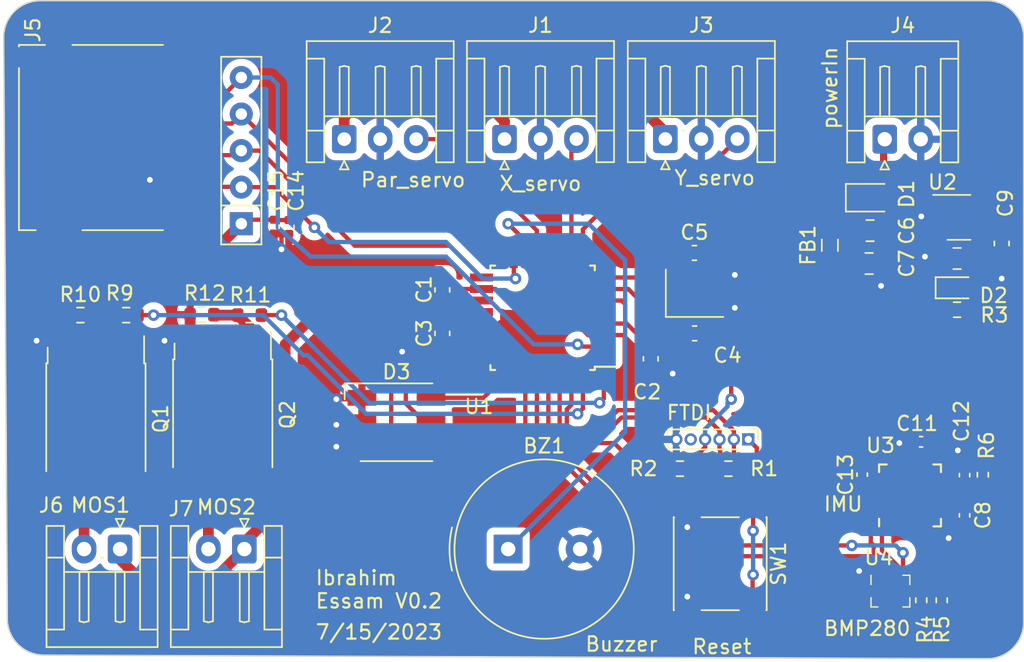
<source format=kicad_pcb>
(kicad_pcb (version 20221018) (generator pcbnew)
  (layers (0 "F.Cu" signal) (31 "B.Cu" signal) (34 "B.Paste" user) (35 "F.Paste" user) (36 "B.SilkS" user "B.Silkscreen") (37 "F.SilkS" user "F.Silkscreen") (38 "B.Mask" user) (39 "F.Mask" user) (44 "Edge.Cuts" user))
  (net 0 "")
  (net 1 "/Buzzer")
  (net 2 "GND")
  (net 3 "+5V")
  (net 4 "/AREF")
  (net 5 "/XTAL1")
  (net 6 "/XTAL2")
  (net 7 "Net-(D1-K)")
  (net 8 "+3.3V")
  (net 9 "Net-(U2-ADJ)")
  (net 10 "Net-(U3-REGOUT)")
  (net 11 "Net-(U3-CPOUT)")
  (net 12 "Net-(D1-A)")
  (net 13 "Net-(D2-K)")
  (net 14 "/LED_R")
  (net 15 "/LED_G")
  (net 16 "/LED_B")
  (net 17 "/X_servo")
  (net 18 "/Par_servo")
  (net 19 "/Y_servo")
  (net 21 "/CS")
  (net 22 "/MISO")
  (net 23 "/SCK")
  (net 24 "/MOSI")
  (net 26 "/M1_out")
  (net 27 "/M2_out")
  (net 28 "/RST")
  (net 29 "/TX")
  (net 30 "/RX")
  (net 32 "Net-(Q1-G)")
  (net 33 "Net-(Q2-G)")
  (net 34 "SCL")
  (net 35 "SDA")
  (net 36 "AD0")
  (net 37 "/M1_in")
  (net 38 "/M2_in")
  (footprint "Resistor_SMD:R_0603_1608Metric" (layer "F.Cu") (at 86.8155 36.708)
    (fp_text reference "R3")
    (fp_text value "470R" hide)
  )
  (footprint "Button_Switch_SMD:SW_SPST_PTS645" (layer "F.Cu") (at 70.358 54.356 -90)
    (fp_text reference "SW1")
    (fp_text value "SW_Push" hide)
  )
  (footprint "Resistor_SMD:R_0402_1005Metric" (layer "F.Cu") (at 84.328 56.896 90)
    (fp_text reference "R4")
    (fp_text value "4k7" hide)
  )
  (footprint "Resistor_SMD:R_0603_1608Metric" (layer "F.Cu") (at 37.655 37.084 180)
    (fp_text reference "R11")
    (fp_text value "100" hide)
  )
  (footprint "Capacitor_SMD:C_0603_1608Metric" (layer "F.Cu") (at 65.532 40.119 -90)
    (fp_text reference "C2")
    (fp_text value "100n" hide)
  )
  (footprint "Capacitor_SMD:C_0402_1005Metric" (layer "F.Cu") (at 84.316 45.884 180)
    (fp_text reference "C11")
    (fp_text value "100n" hide)
  )
  (footprint "Connector_JST:JST_EH_S2B-EH_1x02_P2.50mm_Horizontal" (layer "F.Cu") (at 28.662 53.34 180)
    (fp_text reference "J6")
    (fp_text value "MOS1")
  )
  (footprint "Capacitor_SMD:C_0402_1005Metric" (layer "F.Cu") (at 87.336 48.198 90)
    (fp_text reference "C12")
    (fp_text value "100n" hide)
  )
  (footprint "Capacitor_SMD:C_0603_1608Metric" (layer "F.Cu") (at 68.58 38.354)
    (fp_text reference "C4")
    (fp_text value "22p" hide)
  )
  (footprint "Resistor_SMD:R_0402_1005Metric" (layer "F.Cu") (at 85.75 56.896 90)
    (fp_text reference "R5")
    (fp_text value "4k7" hide)
  )
  (footprint "Resistor_SMD:R_0402_1005Metric" (layer "F.Cu") (at 88.606 48.172 -90)
    (fp_text reference "R6")
    (fp_text value "4k7" hide)
  )
  (footprint "Package_TO_SOT_SMD:ATPAK-2" (layer "F.Cu") (at 35.794 44.0045 -90)
    (fp_text reference "Q2")
    (fp_text value "IRF540N" hide)
  )
  (footprint "Capacitor_SMD:C_0402_1005Metric" (layer "F.Cu") (at 40.386 30.96 -90)
    (fp_text reference "C14")
    (fp_text value "100n" hide)
  )
  (footprint "Connector_JST:JST_EH_S2B-EH_1x02_P2.50mm_Horizontal" (layer "F.Cu") (at 81.788 24.864)
    (fp_text reference "J4")
    (fp_text value "powerIn")
  )
  (footprint "Diode_SMD:D_0805_2012Metric" (layer "F.Cu") (at 80.772 28.928)
    (fp_text reference "D1")
    (fp_text value "D" hide)
  )
  (footprint "Capacitor_SMD:C_0402_1005Metric" (layer "F.Cu") (at 80.224 48.17 90)
    (fp_text reference "C13")
    (fp_text value "2n2" hide)
  )
  (footprint "Package_TO_SOT_SMD:SOT-23-5" (layer "F.Cu") (at 86.948 30.292)
    (fp_text reference "U2")
    (fp_text value "SPX3819M5-L" hide)
  )
  (footprint "Capacitor_SMD:C_0603_1608Metric" (layer "F.Cu") (at 51.054 35.332 -90)
    (fp_text reference "C1")
    (fp_text value "100n" hide)
  )
  (footprint "Capacitor_SMD:C_0402_1005Metric" (layer "F.Cu") (at 39.354 30.9345 -90)
    (fp_text reference "C15")
    (fp_text value "10u" hide)
  )
  (footprint "Connector_JST:JST_EH_S3B-EH_1x03_P2.50mm_Horizontal" (layer "F.Cu") (at 66.548 24.849)
    (fp_text reference "J3")
    (fp_text value "Y_servo")
  )
  (footprint "Resistor_THT:R_Array_SIP5" (layer "F.Cu") (at 37.084 30.734 90)
    (fp_text reference "RN1" hide)
    (fp_text value "R_Network04" hide)
  )
  (footprint "Capacitor_SMD:C_0805_2012Metric" (layer "F.Cu") (at 80.706 33.5)
    (fp_text reference "C7")
    (fp_text value "2u2" hide)
  )
  (footprint "Package_LGA:Bosch_LGA-8_2x2.5mm_P0.65mm_ClockwisePinNumbering" (layer "F.Cu") (at 82.185 56.26)
    (fp_text reference "U4")
    (fp_text value "BMP280" hide)
  )
  (footprint "Connector_JST:JST_EH_S2B-EH_1x02_P2.50mm_Horizontal" (layer "F.Cu") (at 37.298 53.34 180)
    (fp_text reference "J7")
    (fp_text value "MOS2")
  )
  (footprint "Package_QFP:TQFP-32_7x7mm_P0.8mm" (layer "F.Cu") (at 58.02 37.27 180)
    (fp_text reference "U1")
    (fp_text value "ATmega328PB-A" hide)
  )
  (footprint "Capacitor_SMD:C_0603_1608Metric" (layer "F.Cu") (at 51.054 38.354 -90)
    (fp_text reference "C3")
    (fp_text value "100n" hide)
  )
  (footprint "Capacitor_SMD:C_0805_2012Metric" (layer "F.Cu") (at 80.772 31.214)
    (fp_text reference "C6")
    (fp_text value "2u2" hide)
  )
  (footprint "Buzzer_Beeper:Buzzer_TDK_PS1240P02BT_D12.2mm_H6.5mm" (layer "F.Cu") (at 55.626 53.34)
    (fp_text reference "BZ1")
    (fp_text value "Buzzer")
  )
  (footprint "Resistor_SMD:R_0603_1608Metric" (layer "F.Cu") (at 25.908 37.084)
    (fp_text reference "R10")
    (fp_text value "10K" hide)
  )
  (footprint "Capacitor_SMD:C_0603_1608Metric_Pad1.08x0.95mm_HandSolder" (layer "F.Cu") (at 89.916 32.1045 -90)
    (fp_text reference "C9")
    (fp_text value "100n" hide)
  )
  (footprint "Connector_Card:microSD_HC_Hirose_DM3D-SF" (layer "F.Cu") (at 27.423 24.7475 90)
    (fp_text reference "J5")
    (fp_text value "Micro_SD_Card")
  )
  (footprint "Connector_JST:JST_EH_S3B-EH_1x03_P2.50mm_Horizontal" (layer "F.Cu") (at 55.372 24.849)
    (fp_text reference "J1")
    (fp_text value "X_servo")
  )
  (footprint "Connector_JST:JST_EH_S3B-EH_1x03_P2.50mm_Horizontal" (layer "F.Cu") (at 44.236 24.8565)
    (fp_text reference "J2")
    (fp_text value "Par_servo")
  )
  (footprint "LED_SMD:LED_0603_1608Metric" (layer "F.Cu") (at 86.8105 35.184)
    (fp_text reference "D2")
    (fp_text value "RED" hide)
  )
  (footprint "Capacitor_SMD:C_0402_1005Metric" (layer "F.Cu") (at 87.336 50.992 -90)
    (fp_text reference "C8")
    (fp_text value "10n" hide)
  )
  (footprint "Crystal:Crystal_SMD_3225-4Pin_3.2x2.5mm" (layer "F.Cu") (at 68.58 35.56)
    (fp_text reference "Y1" hide)
    (fp_text value "16MHz")
  )
  (footprint "Sensor_Motion:InvenSense_QFN-24_4x4mm_P0.5mm" (layer "F.Cu") (at 83.546 49.612 90)
    (fp_text reference "U3")
    (fp_text value "MPU-6050" hide)
  )
  (footprint "Package_TO_SOT_SMD:ATPAK-2" (layer "F.Cu") (at 26.982 44.2865 -90)
    (fp_text reference "Q1")
    (fp_text value "IRF540N" hide)
  )
  (footprint "Inductor_SMD:L_0805_2012Metric" (layer "F.Cu") (at 77.978 32.23 -90)
    (fp_text reference "FB1")
    (fp_text value "FerriteBead" hide)
  )
  (footprint "Connector_PinHeader_1.00mm:PinHeader_1x06_P1.00mm_Vertical" (layer "F.Cu") (at 72.31 45.72 -90)
    (fp_text reference "J8" hide)
    (fp_text value "FTDI")
  )
  (footprint "Resistor_SMD:R_0603_1608Metric" (layer "F.Cu") (at 70.929 47.752)
    (fp_text reference "R1")
    (fp_text value "1K" hide)
  )
  (footprint "Resistor_SMD:R_0603_1608Metric" (layer "F.Cu") (at 34.353 37.054)
    (fp_text reference "R12")
    (fp_text value "10K" hide)
  )
  (footprint "Resistor_SMD:R_0603_1608Metric" (layer "F.Cu") (at 67.564 47.752)
    (fp_text reference "R2")
    (fp_text value "1K" hide)
  )
  (footprint "Capacitor_SMD:C_0805_2012Metric" (layer "F.Cu") (at 86.8155 33.152 180)
    (fp_text reference "C10" hide)
    (fp_text value "2u2" hide)
  )
  (footprint "Resistor_SMD:R_0603_1608Metric" (layer "F.Cu") (at 29.084 37.084 180)
    (fp_text reference "R9")
    (fp_text value "100" hide)
  )
  (footprint "Capacitor_SMD:C_0603_1608Metric" (layer "F.Cu") (at 68.567 32.766)
    (fp_text reference "C5")
    (fp_text value "22p")
  )
  (footprint "LED_SMD:LED_RGB_5050-6" (layer "F.Cu") (at 47.866 44.528)
    (fp_text reference "D3")
    (fp_text value "LED_RGB")
  )
  (gr_arc (start 23.368 60.706) (mid 21.571949 59.962051) (end 20.828 58.166) (stroke (width 0.1)) (layer "Edge.Cuts"))
  (gr_arc (start 20.574 17.78) (mid 21.317949 15.983949) (end 23.114 15.24) (stroke (width 0.1)) (layer "Edge.Cuts"))
  (gr_line (start 23.114 15.24) (end 88.9 15.24) (stroke (width 0.1)) (layer "Edge.Cuts"))
  (gr_line (start 88.9 60.96) (end 23.368 60.706) (stroke (width 0.1)) (layer "Edge.Cuts"))
  (gr_arc (start 91.44 58.42) (mid 90.696051 60.216051) (end 88.9 60.96) (stroke (width 0.1)) (layer "Edge.Cuts"))
  (gr_arc (start 88.9 15.24) (mid 90.696051 15.983949) (end 91.44 17.78) (stroke (width 0.1)) (layer "Edge.Cuts"))
  (gr_line (start 91.44 17.78) (end 91.44 58.42) (stroke (width 0.1)) (layer "Edge.Cuts"))
  (gr_line (start 20.828 58.166) (end 20.574 17.78) (stroke (width 0.1)) (layer "Edge.Cuts"))
  (gr_text "FTDI\n" (at 66.548 44.45) (layer "F.SilkS") (effects (font (size 1 1)) (justify left bottom)))
  (gr_text "Ibrahim\nEssam V0.2\n" (at 42.164 57.531) (layer "F.SilkS") (effects (font (size 1 1)) (justify left bottom)))
  (gr_text "Reset\n" (at 68.326 60.706) (layer "F.SilkS") (effects (font (size 1 1)) (justify left bottom)))
  (gr_text "IMU\n" (at 77.47 50.8) (layer "F.SilkS") (effects (font (size 1 1)) (justify left bottom)))
  (gr_text "7/15/2023" (at 42.164 59.69) (layer "F.SilkS") (effects (font (size 1 1)) (justify left bottom)))
  (gr_text "BMP280\n" (at 77.47 59.436) (layer "F.SilkS") (effects (font (size 1 1)) (justify left bottom)))
  (segment (start 55.626 30.734) (end 56.82 31.928) (width 0.3) (layer "F.Cu") (net 1))
  (segment (start 56.82 31.928) (end 56.82 33.02) (width 0.3) (layer "F.Cu") (net 1))
  (via (at 55.626 30.734) (size 0.8) (drill 0.4) (layers "F.Cu" "B.Cu") (net 1))
  (segment (start 55.626 53.34) (end 63.754 45.212) (width 0.3) (layer "B.Cu") (net 1))
  (segment (start 61.214 30.734) (end 55.626 30.734) (width 0.3) (layer "B.Cu") (net 1))
  (segment (start 63.754 45.212) (end 63.754 33.274) (width 0.3) (layer "B.Cu") (net 1))
  (segment (start 63.754 33.274) (end 61.214 30.734) (width 0.3) (layer "B.Cu") (net 1))
  (segment (start 69.68 36.41) (end 69.68 38.029) (width 0.3) (layer "F.Cu") (net 2))
  (segment (start 45.466 44.528) (end 45.466 42.828) (width 0.3) (layer "F.Cu") (net 2))
  (segment (start 69.68 34.71) (end 69.68 33.104) (width 0.3) (layer "F.Cu") (net 2))
  (segment (start 39.3795 31.44) (end 39.354 31.4145) (width 0.3) (layer "F.Cu") (net 2))
  (segment (start 51.054 39.129) (end 48.755 39.129) (width 0.3) (layer "F.Cu") (net 2))
  (segment (start 50.761 36.107) (end 51.054 36.107) (width 0.3) (layer "F.Cu") (net 2))
  (segment (start 23.3345 39.3365) (end 22.86 38.862) (width 0.75) (layer "F.Cu") (net 2))
  (segment (start 64.262 39.624) (end 65.532 40.894) (width 0.3) (layer "F.Cu") (net 2))
  (segment (start 23.548 35.549) (end 25.083 37.084) (width 0.3) (layer "F.Cu") (net 2))
  (segment (start 49.797 39.129) (end 49.53 38.862) (width 0.3) (layer "F.Cu") (net 2))
  (segment (start 62.27 38.47) (end 63.616 38.47) (width 0.3) (layer "F.Cu") (net 2))
  (segment (start 86.023 33.3095) (end 85.8655 33.152) (width 0.75) (layer "F.Cu") (net 2))
  (segment (start 87.336 51.472) (end 86.23 52.578) (width 0.3) (layer "F.Cu") (net 2))
  (segment (start 60.706 37.334) (end 60.706 38.006) (width 0.3) (layer "F.Cu") (net 2))
  (segment (start 69.68 36.41) (end 69.68 34.71) (width 0.3) (layer "F.Cu") (net 2))
  (segment (start 81.86 57.06) (end 81.86 56.51) (width 0.3) (layer "F.Cu") (net 2))
  (segment (start 86.022041 48.862) (end 87.222041 47.662) (width 0.3) (layer "F.Cu") (net 2))
  (segment (start 68.108 56.678) (end 68.072 56.642) (width 0.3) (layer "F.Cu") (net 2))
  (segment (start 40.386 31.44) (end 39.878 31.44) (width 0.3) (layer "F.Cu") (net 2))
  (segment (start 39.878 31.44) (end 39.878 32.512) (width 0.3) (layer "F.Cu") (net 2))
  (segment (start 45.466 46.228) (end 43.688 46.228) (width 0.3) (layer "F.Cu") (net 2))
  (segment (start 64.262 39.116) (end 64.262 39.624) (width 0.3) (layer "F.Cu") (net 2))
  (segment (start 45.466 42.828) (end 43.786 42.828) (width 0.3) (layer "F.Cu") (net 2))
  (segment (start 82.296 47.662) (end 82.296 46.482) (width 0.3) (layer "F.Cu") (net 2))
  (segment (start 80.606 55.46) (end 80.01 54.864) (width 0.3) (layer "F.Cu") (net 2))
  (segment (start 33.528 37.054) (end 33.528 39.0205) (width 0.75) (layer "F.Cu") (net 2))
  (segment (start 60.706 38.006) (end 61.17 38.47) (width 0.3) (layer "F.Cu") (net 2))
  (segment (start 81.21 55.46) (end 80.606 55.46) (width 0.3) (layer "F.Cu") (net 2))
  (segment (start 87.671532 36.708) (end 89.835532 34.544) (width 0.75) (layer "F.Cu") (net 2))
  (segment (start 61.17 38.47) (end 62.27 38.47) (width 0.3) (layer "F.Cu") (net 2))
  (segment (start 80.224 47.69) (end 82.268 47.69) (width 0.3) (layer "F.Cu") (net 2))
  (segment (start 51.054 39.129) (end 49.797 39.129) (width 0.3) (layer "F.Cu") (net 2))
  (segment (start 87.336 46.95) (end 86.868 46.482) (width 0.3) (layer "F.Cu") (net 2))
  (segment (start 49.53 37.338) (end 50.761 36.107) (width 0.3) (layer "F.Cu") (net 2))
  (segment (start 68.108 51.78) (end 68.072 51.816) (width 0.3) (layer "F.Cu") (net 2))
  (segment (start 63.616 38.47) (end 64.262 39.116) (width 0.3) (layer "F.Cu") (net 2))
  (segment (start 33.494 39.0545) (end 31.9425 39.0545) (width 0.75) (layer "F.Cu") (net 2))
  (segment (start 84.714 33.152) (end 84.582 33.02) (width 0.75) (layer "F.Cu") (net 2))
  (segment (start 69.68 36.41) (end 71.208 36.41) (width 0.3) (layer "F.Cu") (net 2))
  (segment (start 69.68 33.104) (end 69.342 32.766) (width 0.3) (layer "F.Cu") (net 2))
  (segment (start 85.8655 33.152) (end 84.714 33.152) (width 0.75) (layer "F.Cu") (net 2))
  (segment (start 39.878 31.44) (end 39.3795 31.44) (width 0.3) (layer "F.Cu") (net 2))
  (segment (start 89.916 34.544) (end 89.916 34.463532) (width 0.75) (layer "F.Cu") (net 2))
  (segment (start 32.773 27.0725) (end 31.3475 27.0725) (width 0.3) (layer "F.Cu") (net 2))
  (segment (start 53.77 37.67) (end 52.67 37.67) (width 0.3) (layer "F.Cu") (net 2))
  (segment (start 24.682 39.3365) (end 24.682 37.485) (width 0.75) (layer "F.Cu") (net 2))
  (segment (start 89.835532 34.544) (end 89.916 34.544) (width 0.75) (layer "F.Cu") (net 2))
  (segment (start 61.17 36.87) (end 60.706 37.334) (width 0.3) (layer "F.Cu") (net 2))
  (segment (start 45.466 44.528) (end 43.864 44.528) (width 0.3) (layer "F.Cu") (net 2))
  (segment (start 45.466 46.228) (end 45.466 44.528) (width 0.3) (layer "F.Cu") (net 2))
  (segment (start 89.916 34.463532) (end 89.916 34.463532) (width 0.75) (layer "F.Cu") (net 2))
  (segment (start 49.53 38.862) (end 49.53 37.338) (width 0.3) (layer "F.Cu") (net 2))
  (segment (start 81.656 33.5) (end 81.656 34.93) (width 0.5) (layer "F.Cu") (net 2))
  (segment (start 82.296 51.562) (end 82.296 52.324) (width 0.3) (layer "F.Cu") (net 2))
  (segment (start 71.208 36.41) (end 71.374 36.576) (width 0.3) (layer "F.Cu") (net 2))
  (segment (start 43.864 44.528) (end 43.688 44.704) (width 0.3) (layer "F.Cu") (net 2))
  (segment (start 85.8105 30.292) (end 84.394 30.292) (width 0.75) (layer "F.Cu") (net 2))
  (segment (start 84.394 30.292) (end 84.328 30.226) (width 0.75) (layer "F.Cu") (net 2))
  (segment (start 81.21 55.86) (end 81.21 55.46) (width 0.3) (layer "F.Cu") (net 2))
  (segment (start 82.296 46.482) (end 82.804 45.974) (width 0.3) (layer "F.Cu") (net 2))
  (segment (start 52.67 37.67) (end 51.211 39.129) (width 0.3) (layer "F.Cu") (net 2))
  (segment (start 51.211 39.129) (end 51.054 39.129) (width 0.3) (layer "F.Cu") (net 2))
  (segment (start 85.496 48.862) (end 86.022041 48.862) (width 0.3) (layer "F.Cu") (net 2))
  (segment (start 68.108 50.376) (end 68.108 51.78) (width 0.3) (layer "F.Cu") (net 2))
  (segment (start 48.755 39.129) (end 48.26 39.624) (width 0.3) (layer "F.Cu") (net 2))
  (segment (start 24.682 39.3365) (end 23.3345 39.3365) (width 0.75) (layer "F.Cu") (net 2))
  (segment (start 81.656 31.28) (end 81.722 31.214) (width 0.5) (layer "F.Cu") (net 2))
  (segment (start 87.336 47.718) (end 87.336 46.95) (width 0.3) (layer "F.Cu") (net 2))
  (segment (start 69.68 34.71) (end 70.954 34.71) (width 0.3) (layer "F.Cu") (net 2))
  (segment (start 89.916 34.463532) (end 89.916 32.967) (width 0.75) (layer "F.Cu") (net 2))
  (segment (start 82.268 47.69) (end 82.296 47.662) (width 0.3) (layer "F.Cu") (net 2))
  (segment (start 82.55 52.578) (end 86.23 52.578) (width 0.3) (layer "F.Cu") (net 2))
  (segment (start 81.656 34.93) (end 81.534 35.052) (width 0.5) (layer "F.Cu") (net 2))
  (segment (start 81.656 33.5) (end 81.656 31.28) (width 0.5) (layer "F.Cu") (net 2))
  (segment (start 32.773 27.0725) (end 31.598 27.0725) (width 0.3) (layer "F.Cu") (net 2))
  (segment (start 31.9425 39.0545) (end 31.75 38.862) (width 0.75) (layer "F.Cu") (net 2))
  (segment (start 65.532 40.894) (end 66.802 40.894) (width 0.3) (layer "F.Cu") (net 2))
  (segment (start 82.894 45.884) (end 82.804 45.974) (width 0.3) (layer "F.Cu") (net 2))
  (segment (start 33.528 39.0205) (end 33.494 39.0545) (width 0.75) (layer "F.Cu") (net 2))
  (segment (start 81.86 56.51) (end 81.21 55.86) (width 0.3) (layer "F.Cu") (net 2))
  (segment (start 31.3475 27.0725) (end 30.734 27.686) (width 0.3) (layer "F.Cu") (net 2))
  (segment (start 69.68 38.029) (end 69.355 38.354) (width 0.3) (layer "F.Cu") (net 2))
  (segment (start 82.296 52.324) (end 82.55 52.578) (width 0.3) (layer "F.Cu") (net 2))
  (segment (start 68.108 58.336) (end 68.108 56.678) (width 0.3) (layer "F.Cu") (net 2))
  (segment (start 83.836 45.884) (end 82.894 45.884) (width 0.3) (layer "F.Cu") (net 2))
  (segment (start 87.6405 36.708) (end 87.671532 36.708) (width 0.75) (layer "F.Cu") (net 2))
  (segment (start 43.786 42.828) (end 43.688 42.926) (width 0.3) (layer "F.Cu") (net 2))
  (segment (start 70.954 34.71) (end 71.374 34.29) (width 0.3) (layer "F.Cu") (net 2))
  (segment (start 24.682 37.485) (end 25.083 37.084) (width 0.75) (layer "F.Cu") (net 2))
  (segment (start 66.802 40.894) (end 67.056 41.148) (width 0.3) (layer "F.Cu") (net 2))
  (segment (start 23.548 30.3975) (end 23.548 35.549) (width 0.3) (layer "F.Cu") (net 2))
  (segment (start 62.27 36.87) (end 61.17 36.87) (width 0.3) (layer "F.Cu") (net 2))
  (segment (start 87.222041 47.662) (end 88.606 47.662) (width 0.3) (layer "F.Cu") (net 2))
  (via (at 71.374 36.576) (size 0.8) (drill 0.4) (layers "F.Cu" "B.Cu") (net 2))
  (via (at 31.75 38.862) (size 0.8) (drill 0.4) (layers "F.Cu" "B.Cu") (net 2))
  (via (at 67.056 41.148) (size 0.8) (drill 0.4) (layers "F.Cu" "B.Cu") (net 2))
  (via (at 43.688 44.704) (size 0.8) (drill 0.4) (layers "F.Cu" "B.Cu") (net 2))
  (via (at 30.734 27.686) (size 0.8) (drill 0.4) (layers "F.Cu" "B.Cu") (net 2))
  (via (at 68.072 51.816) (size 0.8) (drill 0.4) (layers "F.Cu" "B.Cu") (net 2))
  (via (at 86.23 52.578) (size 0.8) (drill 0.4) (layers "F.Cu" "B.Cu") (net 2))
  (via (at 39.878 32.512) (size 0.8) (drill 0.4) (layers "F.Cu" "B.Cu") (net 2))
  (via (at 86.868 46.482) (size 0.8) (drill 0.4) (layers "F.Cu" "B.Cu") (net 2))
  (via (at 89.916 34.544) (size 0.8) (drill 0.4) (layers "F.Cu" "B.Cu") (net 2))
  (via (at 43.688 46.228) (size 0.8) (drill 0.4) (layers "F.Cu" "B.Cu") (net 2))
  (via (at 71.374 34.29) (size 0.8) (drill 0.4) (layers "F.Cu" "B.Cu") (net 2))
  (via (at 43.688 42.926) (size 0.8) (drill 0.4) (layers "F.Cu" "B.Cu") (net 2))
  (via (at 48.26 39.624) (size 0.8) (drill 0.4) (layers "F.Cu" "B.Cu") (net 2))
  (via (at 80.01 54.864) (size 0.8) (drill 0.4) (layers "F.Cu" "B.Cu") (net 2))
  (via (at 81.534 35.052) (size 0.8) (drill 0.4) (layers "F.Cu" "B.Cu") (net 2))
  (via (at 84.582 33.02) (size 0.8) (drill 0.4) (layers "F.Cu" "B.Cu") (net 2))
  (via (at 22.86 38.862) (size 0.8) (drill 0.4) (layers "F.Cu" "B.Cu") (net 2))
  (via (at 84.328 30.226) (size 0.8) (drill 0.4) (layers "F.Cu" "B.Cu") (net 2))
  (via (at 68.072 56.642) (size 0.8) (drill 0.4) (layers "F.Cu" "B.Cu") (net 2))
  (via (at 82.804 45.974) (size 0.8) (drill 0.4) (layers "F.Cu" "B.Cu") (net 2))
  (segment (start 75.692 24.638) (end 75.692 31.75) (width 0.75) (layer "F.Cu") (net 3))
  (segment (start 53.77 35.27) (end 51.767 35.27) (width 0.3) (layer "F.Cu") (net 3))
  (segment (start 82.591 36.027) (end 81.130141 36.027) (width 0.75) (layer "F.Cu") (net 3))
  (segment (start 37.298 53.34) (end 37.298 52.872) (width 0.75) (layer "F.Cu") (net 3))
  (segment (start 68.643 46.927) (end 69.31 46.26) (width 0.3) (layer "F.Cu") (net 3))
  (segment (start 55.372 23.622) (end 53.34 21.59) (width 0.75) (layer "F.Cu") (net 3))
  (segment (start 69.31 46.26) (end 69.31 45.72) (width 0.3) (layer "F.Cu") (net 3))
  (segment (start 63.502 36.07) (end 63.754 36.322) (width 0.3) (layer "F.Cu") (net 3))
  (segment (start 66.548 24.849) (end 66.548 24.384) (width 0.75) (layer "F.Cu") (net 3))
  (segment (start 33.742 56.896) (end 37.298 53.34) (width 0.75) (layer "F.Cu") (net 3))
  (segment (start 54.745 35.27) (end 53.77 35.27) (width 0.3) (layer "F.Cu") (net 3))
  (segment (start 76.4355 31.75) (end 77.978 33.2925) (width 0.75) (layer "F.Cu") (net 3))
  (segment (start 62.27 36.07) (end 55.545 36.07) (width 0.3) (layer "F.Cu") (net 3))
  (segment (start 51.767 35.27) (end 51.054 34.557) (width 0.3) (layer "F.Cu") (net 3))
  (segment (start 44.691 34.557) (end 51.054 34.557) (width 0.75) (layer "F.Cu") (net 3))
  (segment (start 83.312 35.306) (end 82.591 36.027) (width 0.75) (layer "F.Cu") (net 3))
  (segment (start 71.9265 39.344) (end 77.978 33.2925) (width 0.3) (layer "F.Cu") (net 3))
  (segment (start 62.27 36.07) (end 63.502 36.07) (width 0.3) (layer "F.Cu") (net 3))
  (segment (start 83.312 29.863141) (end 83.312 30.588859) (width 0.75) (layer "F.Cu") (net 3))
  (segment (start 66.739 47.752) (end 67.564 46.927) (width 0.3) (layer "F.Cu") (net 3))
  (segment (start 63.858 37.67) (end 63.754 37.67) (width 0.3) (layer "F.Cu") (net 3))
  (segment (start 75.692 31.75) (end 76.4355 31.75) (width 0.75) (layer "F.Cu") (net 3))
  (segment (start 28.662 54.062) (end 31.496 56.896) (width 0.75) (layer "F.Cu") (net 3))
  (segment (start 66.548 24.384) (end 63.754 21.59) (width 0.75) (layer "F.Cu") (net 3))
  (segment (start 65.532 39.344) (end 63.858 37.67) (width 0.3) (layer "F.Cu") (net 3))
  (segment (start 71.12 40.1505) (end 71.9265 39.344) (width 0.3) (layer "F.Cu") (net 3))
  (segment (start 67.564 46.927) (end 68.643 46.927) (width 0.3) (layer "F.Cu") (net 3))
  (segment (start 45.974 21.59) (end 44.236 23.328) (width 0.75) (layer "F.Cu") (net 3))
  (segment (start 85.7195 29.251) (end 83.924141 29.251) (width 0.75) (layer "F.Cu") (net 3))
  (segment (start 28.662 53.34) (end 28.662 54.062) (width 0.75) (layer "F.Cu") (net 3))
  (segment (start 40.132 39.116) (end 44.691 34.557) (width 0.75) (layer "F.Cu") (net 3))
  (segment (start 72.644 21.59) (end 75.692 24.638) (width 0.75) (layer "F.Cu") (net 3))
  (segment (start 63.754 21.59) (end 72.644 21.59) (width 0.75) (layer "F.Cu") (net 3))
  (segment (start 83.924141 29.251) (end 83.312 29.863141) (width 0.75) (layer "F.Cu") (net 3))
  (segment (start 81.130141 36.027) (end 79.756 34.652859) (width 0.75) (layer "F.Cu") (net 3))
  (segment (start 83.312 30.588859) (end 83.965141 31.242) (width 0.75) (layer "F.Cu") (net 3))
  (segment (start 79.756 33.5) (end 78.1855 33.5) (width 0.5) (layer "F.Cu") (net 3))
  (segment (start 31.496 56.896) (end 33.742 56.896) (width 0.75) (layer "F.Cu") (net 3))
  (segment (start 63.754 36.322) (end 63.754 37.67) (width 0.3) (layer "F.Cu") (net 3))
  (segment (start 63.754 37.67) (end 62.27 37.67) (width 0.3) (layer "F.Cu") (net 3))
  (segment (start 78.1855 33.5) (end 77.978 33.2925) (width 0.5) (layer "F.Cu") (net 3))
  (segment (start 44.236 23.328) (end 44.236 24.8565) (width 0.75) (layer "F.Cu") (net 3))
  (segment (start 66.014 39.344) (end 66.8205 40.1505) (width 0.3) (layer "F.Cu") (net 3))
  (segment (start 65.532 39.344) (end 66.014 39.344) (width 0.3) (layer "F.Cu") (net 3))
  (segment (start 66.8205 40.1505) (end 71.12 40.1505) (width 0.3) (layer "F.Cu") (net 3))
  (segment (start 53.34 21.59) (end 45.974 21.59) (width 0.75) (layer "F.Cu") (net 3))
  (segment (start 83.312 30.588859) (end 83.312 35.306) (width 0.75) (layer "F.Cu") (net 3))
  (segment (start 83.965141 31.242) (end 85.8105 31.242) (width 0.75) (layer "F.Cu") (net 3))
  (segment (start 37.298 52.872) (end 40.132 50.038) (width 0.75) (layer "F.Cu") (net 3))
  (segment (start 79.756 34.652859) (end 79.756 33.5) (width 0.75) (layer "F.Cu") (net 3))
  (segment (start 71.12 42.926) (end 71.12 40.1505) (width 0.3) (layer "F.Cu") (net 3))
  (segment (start 55.372 24.849) (end 55.372 23.622) (width 0.75) (layer "F.Cu") (net 3))
  (segment (start 55.545 36.07) (end 54.745 35.27) (width 0.3) (layer "F.Cu") (net 3))
  (segment (start 85.8105 29.342) (end 85.7195 29.251) (width 0.75) (layer "F.Cu") (net 3))
  (segment (start 63.754 21.59) (end 53.34 21.59) (width 0.75) (layer "F.Cu") (net 3))
  (segment (start 40.132 50.038) (end 40.132 39.116) (width 0.75) (layer "F.Cu") (net 3))
  (via (at 71.12 42.926) (size 0.8) (drill 0.4) (layers "F.Cu" "B.Cu") (net 3))
  (segment (start 70.866 43.18) (end 71.12 42.926) (width 0.3) (layer "B.Cu") (net 3))
  (segment (start 69.31 45.72) (end 69.31 44.99) (width 0.3) (layer "B.Cu") (net 3))
  (segment (start 70.866 43.434) (end 70.866 43.18) (width 0.3) (layer "B.Cu") (net 3))
  (segment (start 69.31 44.99) (end 70.866 43.434) (width 0.3) (layer "B.Cu") (net 3))
  (segment (start 51.763 36.87) (end 53.77 36.87) (width 0.3) (layer "F.Cu") (net 4))
  (segment (start 51.054 37.579) (end 51.763 36.87) (width 0.3) (layer "F.Cu") (net 4))
  (segment (start 63.972 35.27) (end 62.27 35.27) (width 0.3) (layer "F.Cu") (net 5))
  (segment (start 67.805 36.735) (end 67.48 36.41) (width 0.3) (layer "F.Cu") (net 5))
  (segment (start 65.112 36.41) (end 63.972 35.27) (width 0.3) (layer "F.Cu") (net 5))
  (segment (start 67.48 36.41) (end 65.112 36.41) (width 0.3) (layer "F.Cu") (net 5))
  (segment (start 67.805 38.354) (end 67.805 36.735) (width 0.3) (layer "F.Cu") (net 5))
  (segment (start 67.48 34.71) (end 67.24 34.47) (width 0.3) (layer "F.Cu") (net 6))
  (segment (start 67.48 34.71) (end 67.48 33.078) (width 0.3) (layer "F.Cu") (net 6))
  (segment (start 67.48 33.078) (end 67.792 32.766) (width 0.3) (layer "F.Cu") (net 6))
  (segment (start 67.24 34.47) (end 62.27 34.47) (width 0.3) (layer "F.Cu") (net 6))
  (segment (start 79.822 28.9405) (end 79.8345 28.928) (width 0.5) (layer "F.Cu") (net 7))
  (segment (start 77.978 31.1675) (end 79.7755 31.1675) (width 0.5) (layer "F.Cu") (net 7))
  (segment (start 79.7755 31.1675) (end 79.822 31.214) (width 0.5) (layer "F.Cu") (net 7))
  (segment (start 79.822 31.214) (end 79.822 28.9405) (width 0.5) (layer "F.Cu") (net 7))
  (segment (start 87.996 50.434) (end 89.662 48.768) (width 0.3) (layer "F.Cu") (net 8))
  (segment (start 31.496 33.528) (end 34.29 33.528) (width 0.75) (layer "F.Cu") (net 8))
  (segment (start 87.996 51.308) (end 87.996 50.434) (width 0.3) (layer "F.Cu") (net 8))
  (segment (start 88.0855 29.342) (end 86.973 30.4545) (width 0.5) (layer "F.Cu") (net 8))
  (segment (start 86.973 32.3595) (end 87.7655 33.152) (width 0.5) (layer "F.Cu") (net 8))
  (segment (start 84.796 45.884) (end 85.947106 45.884) (width 0.3) (layer "F.Cu") (net 8))
  (segment (start 89.662 48.768) (end 89.662 47.712106) (width 0.3) (layer "F.Cu") (net 8))
  (segment (start 40.9115 17.7975) (end 31.323 17.7975) (width 0.75) (layer "F.Cu") (net 8))
  (segment (start 87.996 55.16) (end 85.75 57.406) (width 0.3) (layer "F.Cu") (net 8))
  (segment (start 40.386 30.48) (end 39.3795 30.48) (width 0.3) (layer "F.Cu") (net 8))
  (segment (start 39.3795 30.48) (end 39.354 30.4545) (width 0.3) (layer "F.Cu") (net 8))
  (segment (start 84.074 57.66) (end 82.296 57.66) (width 0.3) (layer "F.Cu") (net 8))
  (segment (start 87.996 51.129035) (end 87.996 51.308) (width 0.3) (layer "F.Cu") (net 8))
  (segment (start 87.378965 50.512) (end 87.996 51.129035) (width 0.3) (layer "F.Cu") (net 8))
  (segment (start 81.282 57.66) (end 81.21 57.588) (width 0.3) (layer "F.Cu") (net 8))
  (segment (start 85.496 50.362) (end 87.186 50.362) (width 0.3) (layer "F.Cu") (net 8))
  (segment (start 34.29 33.528) (end 37.084 30.734) (width 0.75) (layer "F.Cu") (net 8))
  (segment (start 86.8905 35.8915) (end 87.598 35.184) (width 0.3) (layer "F.Cu") (net 8))
  (segment (start 82.46 57.66) (end 82.296 57.66) (width 0.3) (layer "F.Cu") (net 8))
  (segment (start 84.796 47.662) (end 84.796 45.884) (width 0.3) (layer "F.Cu") (net 8))
  (segment (start 42.672 19.558) (end 40.9115 17.7975) (width 0.75) (layer "F.Cu") (net 8))
  (segment (start 86.614 25.908) (end 86.614 24.13) (width 0.75) (layer "F.Cu") (net 8))
  (segment (start 82.296 57.66) (end 81.282 57.66) (width 0.3) (layer "F.Cu") (net 8))
  (segment (start 31.323 17.7975) (end 28.956 20.1645) (width 0.75) (layer "F.Cu") (net 8))
  (segment (start 28.956 27.0645) (end 28.956 30.988) (width 0.75) (layer "F.Cu") (net 8))
  (segment (start 28.956 30.988) (end 31.496 33.528) (width 0.75) (layer "F.Cu") (net 8))
  (segment (start 87.996 51.308) (end 87.996 55.16) (width 0.3) (layer "F.Cu") (net 8))
  (segment (start 83.566 19.558) (end 42.672 19.558) (width 0.75) (layer "F.Cu") (net 8))
  (segment (start 39.354 30.4545) (end 37.3635 30.4545) (width 0.3) (layer "F.Cu") (net 8))
  (segment (start 86.973 30.4545) (end 86.973 32.3595) (width 0.5) (layer "F.Cu") (net 8))
  (segment (start 89.662 47.712106) (end 86.8905 44.940606) (width 0.3) (layer "F.Cu") (net 8))
  (segment (start 87.336 50.512) (end 87.378965 50.512) (width 0.3) (layer "F.Cu") (net 8))
  (segment (start 82.51 57.06) (end 82.51 57.61) (width 0.3) (layer "F.Cu") (net 8))
  (segment (start 86.8905 44.940606) (end 86.8905 35.8915) (width 0.3) (layer "F.Cu") (net 8))
  (segment (start 37.3635 30.4545) (end 37.084 30.734) (width 0.3) (layer "F.Cu") (net 8))
  (segment (start 32.773 24.8725) (end 31.148 24.8725) (width 0.75) (layer "F.Cu") (net 8))
  (segment (start 88.0855 29.342) (end 88.0855 27.3795) (width 0.75) (layer "F.Cu") (net 8))
  (segment (start 86.614 24.13) (end 83.566 19.558) (width 0.75) (layer "F.Cu") (net 8))
  (segment (start 85.947106 45.884) (end 86.8905 44.940606) (width 0.3) (layer "F.Cu") (net 8))
  (segment (start 87.7655 35.0165) (end 87.598 35.184) (width 0.75) (layer "F.Cu") (net 8))
  (segment (start 82.51 57.61) (end 82.46 57.66) (width 0.3) (layer "F.Cu") (net 8))
  (segment (start 84.328 57.406) (end 85.75 57.406) (width 0.3) (layer "F.Cu") (net 8))
  (segment (start 81.21 57.588) (end 81.21 57.06) (width 0.3) (layer "F.Cu") (net 8))
  (segment (start 87.7655 33.152) (end 87.7655 35.0165) (width 0.75) (layer "F.Cu") (net 8))
  (segment (start 87.6405 35.2265) (end 87.598 35.184) (width 0.75) (layer "F.Cu") (net 8))
  (segment (start 84.328 57.406) (end 84.074 57.66) (width 0.3) (layer "F.Cu") (net 8))
  (segment (start 31.148 24.8725) (end 28.956 27.0645) (width 0.75) (layer "F.Cu") (net 8))
  (segment (start 87.186 50.362) (end 87.336 50.512) (width 0.3) (layer "F.Cu") (net 8))
  (segment (start 88.0855 27.3795) (end 86.614 25.908) (width 0.75) (layer "F.Cu") (net 8))
  (segment (start 28.956 20.1645) (end 28.956 27.0645) (width 0.75) (layer "F.Cu") (net 8))
  (segment (start 88.0855 31.242) (end 89.916 31.242) (width 0.75) (layer "F.Cu") (net 9))
  (segment (start 87.336 48.678) (end 86.652 49.362) (width 0.3) (layer "F.Cu") (net 10))
  (segment (start 86.652 49.362) (end 85.496 49.362) (width 0.3) (layer "F.Cu") (net 10))
  (segment (start 80.436 48.862) (end 80.224 48.65) (width 0.3) (layer "F.Cu") (net 11))
  (segment (start 81.596 48.862) (end 80.436 48.862) (width 0.3) (layer "F.Cu") (net 11))
  (segment (start 81.7095 28.928) (end 81.7095 24.9425) (width 0.5) (layer "F.Cu") (net 12))
  (segment (start 81.7095 24.9425) (end 81.788 24.864) (width 0.5) (layer "F.Cu") (net 12))
  (segment (start 85.9905 35.2165) (end 86.023 35.184) (width 0.75) (layer "F.Cu") (net 13))
  (segment (start 85.9905 36.708) (end 85.9905 35.2165) (width 0.75) (layer "F.Cu") (net 13))
  (segment (start 47.498 42.164) (end 47.498 45.72) (width 0.3) (layer "F.Cu") (net 14))
  (segment (start 47.498 45.72) (end 48.006 46.228) (width 0.3) (layer "F.Cu") (net 14))
  (segment (start 49.53 40.132) (end 47.498 42.164) (width 0.3) (layer "F.Cu") (net 14))
  (segment (start 53.77 39.27) (end 52.678 39.27) (width 0.3) (layer "F.Cu") (net 14))
  (segment (start 48.006 46.228) (end 50.266 46.228) (width 0.3) (layer "F.Cu") (net 14))
  (segment (start 51.816 40.132) (end 49.53 40.132) (width 0.3) (layer "F.Cu") (net 14))
  (segment (start 52.678 39.27) (end 51.816 40.132) (width 0.3) (layer "F.Cu") (net 14))
  (segment (start 48.514 42.418) (end 50.3 40.632) (width 0.3) (layer "F.Cu") (net 15))
  (segment (start 49.816 44.528) (end 48.514 43.226) (width 0.3) (layer "F.Cu") (net 15))
  (segment (start 50.266 44.528) (end 49.816 44.528) (width 0.3) (layer "F.Cu") (net 15))
  (segment (start 53.208 40.632) (end 53.77 40.07) (width 0.3) (layer "F.Cu") (net 15))
  (segment (start 50.3 40.632) (end 53.208 40.632) (width 0.3) (layer "F.Cu") (net 15))
  (segment (start 48.514 43.226) (end 48.514 42.418) (width 0.3) (layer "F.Cu") (net 15))
  (segment (start 53.912 42.828) (end 55.22 41.52) (width 0.3) (layer "F.Cu") (net 16))
  (segment (start 50.266 42.828) (end 53.912 42.828) (width 0.3) (layer "F.Cu") (net 16))
  (segment (start 60.372 24.849) (end 60.02 25.201) (width 0.3) (layer "F.Cu") (net 17))
  (segment (start 60.02 25.201) (end 60.02 33.02) (width 0.3) (layer "F.Cu") (net 17))
  (segment (start 49.236 24.8565) (end 51.2725 24.8565) (width 0.3) (layer "F.Cu") (net 18))
  (segment (start 57.62 31.204) (end 57.62 33.02) (width 0.3) (layer "F.Cu") (net 18))
  (segment (start 51.2725 24.8565) (end 57.62 31.204) (width 0.3) (layer "F.Cu") (net 18))
  (segment (start 71.548 24.849) (end 68.457 27.94) (width 0.3) (layer "F.Cu") (net 19))
  (segment (start 60.82 31.128) (end 60.82 33.02) (width 0.3) (layer "F.Cu") (net 19))
  (segment (start 64.008 27.94) (end 60.82 31.128) (width 0.3) (layer "F.Cu") (net 19))
  (segment (start 68.457 27.94) (end 64.008 27.94) (width 0.3) (layer "F.Cu") (net 19))
  (segment (start 32.773 22.6725) (end 34.9855 22.6725) (width 0.3) (layer "F.Cu") (net 21))
  (segment (start 62.27 39.27) (end 60.606 39.27) (width 0.3) (layer "F.Cu") (net 21))
  (segment (start 34.9855 22.6725) (end 37.084 20.574) (width 0.3) (layer "F.Cu") (net 21))
  (segment (start 60.606 39.27) (end 60.452 39.116) (width 0.3) (layer "F.Cu") (net 21))
  (via (at 60.452 39.116) (size 0.8) (drill 0.4) (layers "F.Cu" "B.Cu") (net 21))
  (segment (start 39.624 30.988) (end 39.624 21.082) (width 0.3) (layer "B.Cu") (net 21))
  (segment (start 60.452 39.116) (end 57.404 39.116) (width 0.3) (layer "B.Cu") (net 21))
  (segment (start 57.404 39.116) (end 51.308 33.02) (width 0.3) (layer "B.Cu") (net 21))
  (segment (start 39.624 21.082) (end 39.116 20.574) (width 0.3) (layer "B.Cu") (net 21))
  (segment (start 51.308 33.02) (end 41.91 33.02) (width 0.3) (layer "B.Cu") (net 21))
  (segment (start 41.91 33.02) (end 39.624 30.988) (width 0.3) (layer "B.Cu") (net 21))
  (segment (start 39.116 20.574) (end 37.084 20.574) (width 0.3) (layer "B.Cu") (net 21))
  (segment (start 37.084 23.114) (end 44.704 30.734) (width 0.3) (layer "F.Cu") (net 22))
  (segment (start 52.934 30.734) (end 55.22 33.02) (width 0.3) (layer "F.Cu") (net 22))
  (segment (start 36.4255 23.7725) (end 37.084 23.114) (width 0.3) (layer "F.Cu") (net 22))
  (segment (start 32.773 23.7725) (end 36.4255 23.7725) (width 0.3) (layer "F.Cu") (net 22))
  (segment (start 44.704 30.734) (end 52.934 30.734) (width 0.3) (layer "F.Cu") (net 22))
  (segment (start 38.354 25.654) (end 44.958 32.258) (width 0.3) (layer "F.Cu") (net 23))
  (segment (start 44.958 32.258) (end 51.558 32.258) (width 0.3) (layer "F.Cu") (net 23))
  (segment (start 51.558 32.258) (end 53.77 34.47) (width 0.3) (layer "F.Cu") (net 23))
  (segment (start 37.084 25.654) (end 38.354 25.654) (width 0.3) (layer "F.Cu") (net 23))
  (segment (start 36.7655 25.9725) (end 37.084 25.654) (width 0.3) (layer "F.Cu") (net 23))
  (segment (start 32.773 25.9725) (end 36.7655 25.9725) (width 0.3) (layer "F.Cu") (net 23))
  (segment (start 39.37 28.194) (end 37.084 28.194) (width 0.3) (layer "F.Cu") (net 24))
  (segment (start 56.02 34.43) (end 56.134 34.544) (width 0.3) (layer "F.Cu") (net 24))
  (segment (start 42.164 30.988) (end 39.37 28.194) (width 0.3) (layer "F.Cu") (net 24))
  (segment (start 56.02 33.02) (end 56.02 34.43) (width 0.3) (layer "F.Cu") (net 24))
  (segment (start 37.0625 28.1725) (end 37.084 28.194) (width 0.3) (layer "F.Cu") (net 24))
  (segment (start 32.773 28.1725) (end 37.0625 28.1725) (width 0.3) (layer "F.Cu") (net 24))
  (via (at 42.164 30.988) (size 0.8) (drill 0.4) (layers "F.Cu" "B.Cu") (net 24))
  (via (at 56.134 34.544) (size 0.8) (drill 0.4) (layers "F.Cu" "B.Cu") (net 24))
  (segment (start 53.848 34.544) (end 52.832 33.528) (width 0.3) (layer "B.Cu") (net 24))
  (segment (start 47.244 32.004) (end 43.18 32.004) (width 0.3) (layer "B.Cu") (net 24))
  (segment (start 43.18 32.004) (end 42.164 30.988) (width 0.3) (layer "B.Cu") (net 24))
  (segment (start 56.134 34.544) (end 53.848 34.544) (width 0.3) (layer "B.Cu") (net 24))
  (segment (start 52.832 33.528) (end 51.308 32.004) (width 0.3) (layer "B.Cu") (net 24))
  (segment (start 51.308 32.004) (end 47.244 32.004) (width 0.3) (layer "B.Cu") (net 24))
  (segment (start 26.162 53.34) (end 26.162 48.1165) (width 0.75) (layer "F.Cu") (net 26))
  (segment (start 26.162 48.1165) (end 25.282 47.2365) (width 0.75) (layer "F.Cu") (net 26))
  (segment (start 34.798 47.6585) (end 34.094 46.9545) (width 0.75) (layer "F.Cu") (net 27))
  (segment (start 34.798 53.34) (end 34.798 47.6585) (width 0.75) (layer "F.Cu") (net 27))
  (segment (start 72.898 46.308) (end 72.31 45.72) (width 0.3) (layer "F.Cu") (net 28))
  (segment (start 58.42 41.52) (end 58.42 44.903106) (width 0.3) (layer "F.Cu") (net 28))
  (segment (start 68.389 47.752) (end 69.214 48.577) (width 0.3) (layer "F.Cu") (net 28))
  (segment (start 72.608 55.154) (end 72.644 55.118) (width 0.3) (layer "F.Cu") (net 28))
  (segment (start 72.608 58.336) (end 72.608 55.154) (width 0.3) (layer "F.Cu") (net 28))
  (segment (start 65.595 48.577) (end 69.214 48.577) (width 0.3) (layer "F.Cu") (net 28))
  (segment (start 69.214 48.577) (end 72.181817 48.577) (width 0.3) (layer "F.Cu") (net 28))
  (segment (start 62.992 45.974) (end 65.595 48.577) (width 0.3) (layer "F.Cu") (net 28))
  (segment (start 72.608 49.003183) (end 72.181817 48.577) (width 0.3) (layer "F.Cu") (net 28))
  (segment (start 72.644 50.412) (end 72.608 50.376) (width 0.3) (layer "F.Cu") (net 28))
  (segment (start 58.42 44.903106) (end 59.490894 45.974) (width 0.3) (layer "F.Cu") (net 28))
  (segment (start 59.490894 45.974) (end 62.992 45.974) (width 0.3) (layer "F.Cu") (net 28))
  (segment (start 72.898 47.860817) (end 72.898 46.308) (width 0.3) (layer "F.Cu") (net 28))
  (segment (start 72.181817 48.577) (end 72.898 47.860817) (width 0.3) (layer "F.Cu") (net 28))
  (segment (start 72.608 50.376) (end 72.608 49.003183) (width 0.3) (layer "F.Cu") (net 28))
  (segment (start 72.644 52.07) (end 72.644 50.412) (width 0.3) (layer "F.Cu") (net 28))
  (via (at 72.644 55.118) (size 0.8) (drill 0.4) (layers "F.Cu" "B.Cu") (net 28))
  (via (at 72.644 52.07) (size 0.8) (drill 0.4) (layers "F.Cu" "B.Cu") (net 28))
  (segment (start 72.644 55.118) (end 72.644 52.07) (width 0.3) (layer "B.Cu") (net 28))
  (segment (start 63.246 43.688) (end 69.87904 43.688) (width 0.3) (layer "F.Cu") (net 29))
  (segment (start 60.02 43.313339) (end 59.702 43.631339) (width 0.3) (layer "F.Cu") (net 29))
  (segment (start 59.702 44.716) (end 59.944 44.958) (width 0.3) (layer "F.Cu") (net 29))
  (segment (start 69.87904 43.688) (end 71.31 45.11896) (width 0.3) (layer "F.Cu") (net 29))
  (segment (start 71.31 45.11896) (end 71.31 45.72) (width 0.3) (layer "F.Cu") (net 29))
  (segment (start 71.31 47.308) (end 71.31 45.72) (width 0.3) (layer "F.Cu") (net 29))
  (segment (start 59.702 43.631339) (end 59.702 44.716) (width 0.3) (layer "F.Cu") (net 29))
  (segment (start 71.754 47.752) (end 71.31 47.308) (width 0.3) (layer "F.Cu") (net 29))
  (segment (start 59.944 44.958) (end 61.976 44.958) (width 0.3) (layer "F.Cu") (net 29))
  (segment (start 61.976 44.958) (end 63.246 43.688) (width 0.3) (layer "F.Cu") (net 29))
  (segment (start 60.02 41.52) (end 60.02 43.313339) (width 0.3) (layer "F.Cu") (net 29))
  (segment (start 62.238 45.458) (end 63.5 44.196) (width 0.3) (layer "F.Cu") (net 30))
  (segment (start 59.202 44.978) (end 59.682 45.458) (width 0.3) (layer "F.Cu") (net 30))
  (segment (start 63.5 44.196) (end 69.38704 44.196) (width 0.3) (layer "F.Cu") (net 30))
  (segment (start 70.358 47.498) (end 70.358 46.482) (width 0.3) (layer "F.Cu") (net 30))
  (segment (start 70.358 46.482) (end 70.31 46.434) (width 0.3) (layer "F.Cu") (net 30))
  (segment (start 70.31 46.434) (end 70.31 45.72) (width 0.3) (layer "F.Cu") (net 30))
  (segment (start 70.31 45.11896) (end 70.31 45.72) (width 0.3) (layer "F.Cu") (net 30))
  (segment (start 59.202 41.538) (end 59.202 44.978) (width 0.3) (layer "F.Cu") (net 30))
  (segment (start 59.682 45.458) (end 62.238 45.458) (width 0.3) (layer "F.Cu") (net 30))
  (segment (start 70.104 47.752) (end 70.358 47.498) (width 0.3) (layer "F.Cu") (net 30))
  (segment (start 69.38704 44.196) (end 70.31 45.11896) (width 0.3) (layer "F.Cu") (net 30))
  (segment (start 59.22 41.52) (end 59.202 41.538) (width 0.3) (layer "F.Cu") (net 30))
  (segment (start 29.282 38.107) (end 28.259 37.084) (width 0.75) (layer "F.Cu") (net 32))
  (segment (start 26.733 37.084) (end 28.259 37.084) (width 0.75) (layer "F.Cu") (net 32))
  (segment (start 29.282 39.3365) (end 29.282 38.107) (width 0.75) (layer "F.Cu") (net 32))
  (segment (start 35.208 37.084) (end 35.178 37.054) (width 0.75) (layer "F.Cu") (net 33))
  (segment (start 38.094 39.0545) (end 38.094 38.348) (width 0.75) (layer "F.Cu") (net 33))
  (segment (start 38.094 38.348) (end 36.83 37.084) (width 0.75) (layer "F.Cu") (net 33))
  (segment (start 36.83 37.084) (end 35.208 37.084) (width 0.75) (layer "F.Cu") (net 33))
  (segment (start 82.51 55.46) (end 82.51 55.042106) (width 0.3) (layer "F.Cu") (net 34))
  (segment (start 81.069959 50.362) (end 81.596 50.362) (width 0.3) (layer "F.Cu") (net 34))
  (segment (start 81.292 53.836) (end 81.297947 53.830053) (width 0.3) (layer "F.Cu") (net 34))
  (segment (start 82.51 55.042106) (end 81.297947 53.830053) (width 0.3) (layer "F.Cu") (net 34))
  (segment (start 84.328 56.386) (end 82.886 56.386) (width 0.3) (layer "F.Cu") (net 34))
  (segment (start 65.938682 53.836) (end 81.292 53.836) (width 0.3) (layer "F.Cu") (net 34))
  (segment (start 56.82 44.717318) (end 65.938682 53.836) (width 0.3) (layer "F.Cu") (net 34))
  (segment (start 56.82 41.52) (end 56.82 44.717318) (width 0.3) (layer "F.Cu") (net 34))
  (segment (start 82.51 56.01) (end 82.51 55.46) (width 0.3) (layer "F.Cu") (net 34))
  (segment (start 80.821 50.610959) (end 81.069959 50.362) (width 0.3) (layer "F.Cu") (net 34))
  (segment (start 80.821 52.881) (end 80.821 50.610959) (width 0.3) (layer "F.Cu") (net 34))
  (segment (start 81.026 53.558106) (end 81.026 53.086) (width 0.3) (layer "F.Cu") (net 34))
  (segment (start 81.297947 53.830053) (end 81.026 53.558106) (width 0.3) (layer "F.Cu") (net 34))
  (segment (start 82.886 56.386) (end 82.51 56.01) (width 0.3) (layer "F.Cu") (net 34))
  (segment (start 81.026 53.086) (end 80.821 52.881) (width 0.3) (layer "F.Cu") (net 34))
  (segment (start 57.62 44.810212) (end 65.895788 53.086) (width 0.3) (layer "F.Cu") (net 35))
  (segment (start 57.62 41.52) (end 57.62 44.810212) (width 0.3) (layer "F.Cu") (net 35))
  (segment (start 84.824 55.46) (end 85.75 56.386) (width 0.3) (layer "F.Cu") (net 35))
  (segment (start 83.058 53.594) (end 83.058 55.358) (width 0.3) (layer "F.Cu") (net 35))
  (segment (start 83.16 54.985) (end 83.16 55.46) (width 0.3) (layer "F.Cu") (net 35))
  (segment (start 81.596 53.421) (end 83.16 54.985) (width 0.3) (layer "F.Cu") (net 35))
  (segment (start 65.895788 53.086) (end 79.502 53.086) (width 0.3) (layer "F.Cu") (net 35))
  (segment (start 81.596 50.862) (end 81.596 53.421) (width 0.3) (layer "F.Cu") (net 35))
  (segment (start 83.16 55.46) (end 84.824 55.46) (width 0.3) (layer "F.Cu") (net 35))
  (segment (start 83.058 55.358) (end 83.16 55.46) (width 0.3) (layer "F.Cu") (net 35))
  (via (at 83.058 53.594) (size 0.8) (drill 0.4) (layers "F.Cu" "B.Cu") (net 35))
  (via (at 79.502 53.086) (size 0.8) (drill 0.4) (layers "F.Cu" "B.Cu") (net 35))
  (segment (start 79.502 53.086) (end 82.55 53.086) (width 0.3) (layer "B.Cu") (net 35))
  (segment (start 82.55 53.086) (end 83.058 53.594) (width 0.3) (layer "B.Cu") (net 35))
  (segment (start 85.496 49.862) (end 87.426 49.862) (width 0.3) (layer "F.Cu") (net 36))
  (segment (start 87.426 49.862) (end 88.606 48.682) (width 0.3) (layer "F.Cu") (net 36))
  (segment (start 60.82 43.574) (end 60.82 41.52) (width 0.3) (layer "F.Cu") (net 37))
  (segment (start 60.452 43.942) (end 60.82 43.574) (width 0.3) (layer "F.Cu") (net 37))
  (segment (start 29.909 37.084) (end 30.988 37.084) (width 0.3) (layer "F.Cu") (net 37))
  (via (at 60.452 43.942) (size 0.8) (drill 0.4) (layers "F.Cu" "B.Cu") (net 37))
  (via (at 30.988 37.084) (size 0.8) (drill 0.4) (layers "F.Cu" "B.Cu") (net 37))
  (segment (start 41.402 39.878) (end 41.700661 39.878) (width 0.3) (layer "B.Cu") (net 37))
  (segment (start 30.988 37.084) (end 38.608 37.084) (width 0.3) (layer "B.Cu") (net 37))
  (segment (start 45.764661 43.942) (end 60.452 43.942) (width 0.3) (layer "B.Cu") (net 37))
  (segment (start 38.608 37.084) (end 41.402 39.878) (width 0.3) (layer "B.Cu") (net 37))
  (segment (start 41.700661 39.878) (end 45.764661 43.942) (width 0.3) (layer "B.Cu") (net 37))
  (segment (start 38.48 37.084) (end 39.878 37.084) (width 0.3) (layer "F.Cu") (net 38))
  (segment (start 62.27 42.886) (end 62.27 40.07) (width 0.3) (layer "F.Cu") (net 38))
  (segment (start 61.976 43.18) (end 62.27 42.886) (width 0.3) (layer "F.Cu") (net 38))
  (via (at 39.878 37.084) (size 0.8) (drill 0.4) (layers "F.Cu" "B.Cu") (net 38))
  (via (at 61.976 43.18) (size 0.8) (drill 0.4) (layers "F.Cu" "B.Cu") (net 38))
  (segment (start 45.974 43.18) (end 61.976 43.18) (width 0.3) (layer "B.Cu") (net 38))
  (segment (start 39.878 37.084) (end 45.974 43.18) (width 0.3) (layer "B.Cu") (net 38))
  (zone (net 26) (net_name "/M1_out") (layer "F.Cu") (priority 1) (connect_pads (clearance 0.5)) (min_thickness 0.25) (fill yes (thermal_gap 0.5) (thermal_bridge_width 0.5))
    (polygon (pts (xy 27.178 54.61) (xy 25.146 54.61) (xy 25.146 49.784) (xy 23.622 49.784) (xy 23.622 41.91) (xy 30.48 41.91) (xy 30.48 49.022) (xy 27.94 49.022) (xy 27.178 49.784)))
  )
  (zone (net 27) (net_name "/M2_out") (layer "F.Cu") (priority 1) (connect_pads (clearance 0.5)) (min_thickness 0.25) (fill yes (thermal_gap 0.5) (thermal_bridge_width 0.5))
    (polygon (pts (xy 35.814 54.61) (xy 33.782 54.61) (xy 33.782 49.784) (xy 32.258 49.784) (xy 32.258 41.91) (xy 39.116 41.91) (xy 39.116 49.022) (xy 36.576 49.022) (xy 35.814 49.784)))
  )
  (zone (net 2) (net_name "GND") (layer "F.Cu") (connect_pads (clearance 0.5)) (min_thickness 0.25) (fill yes (thermal_gap 0.5) (thermal_bridge_width 0.5))
    (polygon (pts (xy 91.44 15.24) (xy 20.32 15.24) (xy 20.32 61.214) (xy 91.44 60.96)))
  )
  (zone (net 2) (net_name "GND") (layer "B.Cu") (connect_pads (clearance 0.5)) (min_thickness 0.25) (fill yes (thermal_gap 0.5) (thermal_bridge_width 0.5))
    (polygon (pts (xy 91.44 15.24) (xy 20.32 15.24) (xy 20.32 61.214) (xy 91.44 60.96)))
  )
)
</source>
